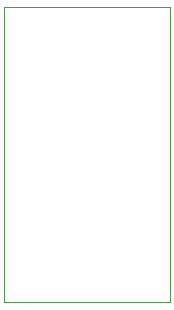
<source format=gbr>
%TF.GenerationSoftware,KiCad,Pcbnew,9.0.1*%
%TF.CreationDate,2025-06-25T00:30:31-04:00*%
%TF.ProjectId,DaughterBoard,44617567-6874-4657-9242-6f6172642e6b,rev?*%
%TF.SameCoordinates,Original*%
%TF.FileFunction,Profile,NP*%
%FSLAX46Y46*%
G04 Gerber Fmt 4.6, Leading zero omitted, Abs format (unit mm)*
G04 Created by KiCad (PCBNEW 9.0.1) date 2025-06-25 00:30:31*
%MOMM*%
%LPD*%
G01*
G04 APERTURE LIST*
%TA.AperFunction,Profile*%
%ADD10C,0.050000*%
%TD*%
G04 APERTURE END LIST*
D10*
X97000000Y-53000000D02*
X111000000Y-53000000D01*
X111000000Y-78000000D01*
X97000000Y-78000000D01*
X97000000Y-53000000D01*
M02*

</source>
